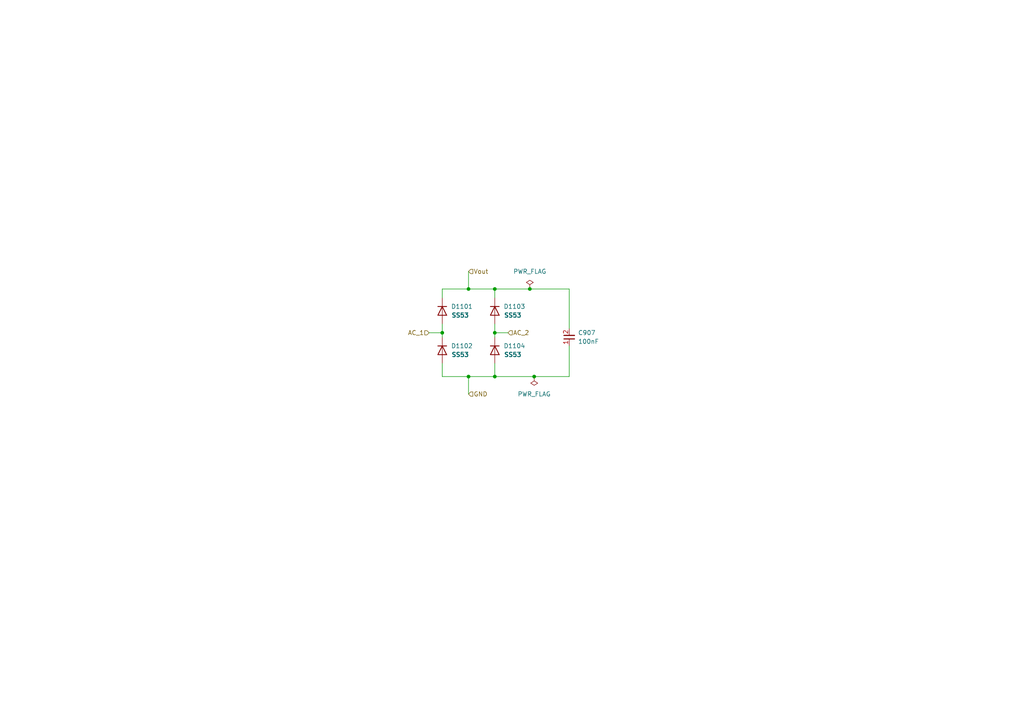
<source format=kicad_sch>
(kicad_sch (version 20231120) (generator "eeschema") (generator_version "8.0")
  (paper "A4")
  (lib_symbols
    (symbol "capacitor_miscellaneous:C_0805_100nF"
      (property "Reference" "C" (at 1.27 2.54 0))
      (property "Value" "100nF" (at 3.81 -2.54 0))
      (property "JLCPCB Part#" "C28233" (at 0 0 0))
      (symbol "C_0805_100nF_0_1"
        (polyline (pts (xy -1.524 -0.508) (xy 1.524 -0.508)) (stroke (width 0.3302)))
        (polyline (pts (xy -1.524 0.508) (xy 1.524 0.508)) (stroke (width 0.3048)))
      )
      (symbol "C_0805_100nF_1_1"
        (pin passive line (at 0 2.54 270) (length 2.032) (name "~") (number "1"))
        (pin passive line (at 0 -2.54 90) (length 2.032) (name "~") (number "2"))
      )
    )
    (symbol "custom_kicad_lib_sk:SS53" (pin_numbers hide) (pin_names (offset 1.016) hide)
      (property "Reference" "D" (at 0 2.54 0))
      (property "Value" "SS53" (at 0 -1.27 0))
      (symbol "SS53_0_1"
        (polyline (pts (xy -1.27 2.54) (xy -1.27 0)) (stroke (width 0.254)))
        (polyline (pts (xy 1.27 1.27) (xy -1.27 1.27)))
        (polyline (pts (xy 1.27 2.54) (xy 1.27 0) (xy -1.27 1.27) (xy 1.27 2.54)) (stroke (width 0.254)))
      )
      (symbol "SS53_1_1"
        (pin passive line (at -3.81 1.27 0) (length 2.54) (name "K") (number "1"))
        (pin passive line (at 3.81 1.27 180) (length 2.54) (name "A") (number "2"))
      )
    )
    (symbol "power:PWR_FLAG" (power) (pin_numbers hide) (pin_names (offset 0) hide)
      (property "Value" "PWR_FLAG" (at 0 3.81 0))
      (symbol "PWR_FLAG_0_0"
        (pin power_out line (at 0 0 90) (length 0) (name "pwr") (number "1"))
      )
      (symbol "PWR_FLAG_0_1"
        (polyline (pts (xy 0 0) (xy 0 1.27) (xy -1.016 1.905) (xy 0 2.54) (xy 1.016 1.905) (xy 0 1.27)))
      )
    )
  )
  (junction (at 154.94 109.22))
  (junction (at 135.89 109.22))
  (junction (at 143.51 109.22))
  (junction (at 128.27 96.52))
  (junction (at 143.51 96.52))
  (junction (at 153.67 83.82))
  (junction (at 143.51 83.82))
  (junction (at 135.89 83.82))
  (wire (pts (xy 143.51 83.82) (xy 143.51 86.36)))
  (wire (pts (xy 165.1 83.82) (xy 153.67 83.82)))
  (wire (pts (xy 124.46 96.52) (xy 128.27 96.52)))
  (wire (pts (xy 128.27 86.36) (xy 128.27 83.82)))
  (wire (pts (xy 143.51 109.22) (xy 135.89 109.22)))
  (wire (pts (xy 128.27 96.52) (xy 128.27 97.79)))
  (wire (pts (xy 128.27 109.22) (xy 128.27 105.41)))
  (wire (pts (xy 135.89 109.22) (xy 135.89 114.3)))
  (wire (pts (xy 165.1 100.33) (xy 165.1 109.22)))
  (wire (pts (xy 147.32 96.52) (xy 143.51 96.52)))
  (wire (pts (xy 128.27 83.82) (xy 135.89 83.82)))
  (wire (pts (xy 135.89 78.74) (xy 135.89 83.82)))
  (wire (pts (xy 153.67 83.82) (xy 143.51 83.82)))
  (wire (pts (xy 143.51 93.98) (xy 143.51 96.52)))
  (wire (pts (xy 135.89 83.82) (xy 143.51 83.82)))
  (wire (pts (xy 143.51 105.41) (xy 143.51 109.22)))
  (wire (pts (xy 154.94 109.22) (xy 165.1 109.22)))
  (wire (pts (xy 143.51 96.52) (xy 143.51 97.79)))
  (wire (pts (xy 143.51 109.22) (xy 154.94 109.22)))
  (wire (pts (xy 135.89 109.22) (xy 128.27 109.22)))
  (wire (pts (xy 165.1 83.82) (xy 165.1 95.25)))
  (wire (pts (xy 128.27 93.98) (xy 128.27 96.52)))
  (hierarchical_label "Vout" (shape input) (at 135.89 78.74 0))
  (hierarchical_label "GND" (shape input) (at 135.89 114.3 0))
  (hierarchical_label "AC_2" (shape input) (at 147.32 96.52 0))
  (hierarchical_label "AC_1" (shape input) (at 124.46 96.52 180))
  (symbol (lib_id "custom_kicad_lib_sk:SS53") (at 142.24 90.17 270) (unit 1)
    (property "Reference" "D1103" (at 146.05 88.9 90) (effects (justify left)))
    (property "Value" "SS53" (at 146.05 91.44 90) (effects (font (bold yes)) (justify left)))
    (property "Footprint" "Diode_SMD:D_SMA" (effects (hide yes)))
    (property "Sim.Device" "D" (effects (hide yes)))
    (property "Sim.Pins" "1=K 2=A" (effects (hide yes)))
    (property "JLCPCB Part#" "C8678" (effects (hide yes)))
  )
  (symbol (lib_id "custom_kicad_lib_sk:SS53") (at 127 90.17 270) (unit 1)
    (property "Reference" "D1101" (at 130.81 88.9 90) (effects (justify left)))
    (property "Value" "SS53" (at 130.81 91.44 90) (effects (font (bold yes)) (justify left)))
    (property "Footprint" "Diode_SMD:D_SMA" (effects (hide yes)))
    (property "Sim.Device" "D" (effects (hide yes)))
    (property "Sim.Pins" "1=K 2=A" (effects (hide yes)))
    (property "JLCPCB Part#" "C8678" (effects (hide yes)))
  )
  (symbol (lib_id "custom_kicad_lib_sk:SS53") (at 142.24 101.6 270) (unit 1)
    (property "Reference" "D1104" (at 146.05 100.33 90) (effects (justify left)))
    (property "Value" "SS53" (at 146.05 102.87 90) (effects (font (bold yes)) (justify left)))
    (property "Footprint" "Diode_SMD:D_SMA" (effects (hide yes)))
    (property "Sim.Device" "D" (effects (hide yes)))
    (property "Sim.Pins" "1=K 2=A" (effects (hide yes)))
    (property "JLCPCB Part#" "C8678" (effects (hide yes)))
  )
  (symbol (lib_id "power:PWR_FLAG") (at 153.67 83.82 0) (unit 1)
    (property "Reference" "#FLG01101" (effects (hide yes)))
    (property "Value" "PWR_FLAG" (at 153.67 78.74 0))
  )
  (symbol (lib_id "custom_kicad_lib_sk:SS53") (at 127 101.6 270) (unit 1)
    (property "Reference" "D1102" (at 130.81 100.33 90) (effects (justify left)))
    (property "Value" "SS53" (at 130.81 102.87 90) (effects (font (bold yes)) (justify left)))
    (property "Footprint" "Diode_SMD:D_SMA" (effects (hide yes)))
    (property "Sim.Device" "D" (effects (hide yes)))
    (property "Sim.Pins" "1=K 2=A" (effects (hide yes)))
    (property "JLCPCB Part#" "C8678" (effects (hide yes)))
  )
  (symbol (lib_id "power:PWR_FLAG") (at 154.94 109.22 180) (unit 1)
    (property "Reference" "#FLG01102" (effects (hide yes)))
    (property "Value" "PWR_FLAG" (at 154.94 114.3 0))
  )
  (symbol (lib_id "capacitor_miscellaneous:C_0805_100nF") (at 165.1 97.79 180) (unit 1)
    (property "Reference" "C907" (at 167.64 96.5135 0) (effects (justify right)))
    (property "Value" "100nF" (at 167.64 99.0535 0) (effects (justify right)))
    (property "Footprint" "Capacitor_SMD:C_0805_2012Metric_Pad1.18x1.45mm_HandSolder" (effects (hide yes)))
    (property "JLCPCB Part#" "C28233" (effects (hide yes)))
  )
)
</source>
